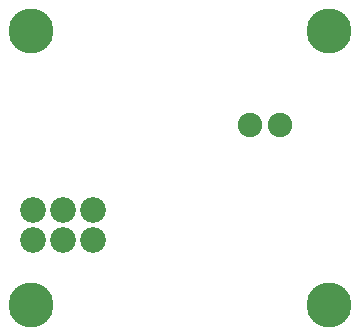
<source format=gbr>
G04 EAGLE Gerber RS-274X export*
G75*
%MOMM*%
%FSLAX34Y34*%
%LPD*%
%INSoldermask Bottom*%
%IPPOS*%
%AMOC8*
5,1,8,0,0,1.08239X$1,22.5*%
G01*
%ADD10C,3.804800*%
%ADD11C,1.000000*%
%ADD12C,2.184400*%


D10*
X29000Y29000D03*
X281000Y29000D03*
X29000Y261000D03*
X281000Y261000D03*
D11*
X234700Y181000D02*
X234702Y181141D01*
X234708Y181282D01*
X234718Y181422D01*
X234732Y181562D01*
X234750Y181702D01*
X234771Y181841D01*
X234797Y181980D01*
X234826Y182118D01*
X234860Y182254D01*
X234897Y182390D01*
X234938Y182525D01*
X234983Y182659D01*
X235032Y182791D01*
X235084Y182922D01*
X235140Y183051D01*
X235200Y183178D01*
X235263Y183304D01*
X235329Y183428D01*
X235400Y183551D01*
X235473Y183671D01*
X235550Y183789D01*
X235630Y183905D01*
X235714Y184018D01*
X235800Y184129D01*
X235890Y184238D01*
X235983Y184344D01*
X236078Y184447D01*
X236177Y184548D01*
X236278Y184646D01*
X236382Y184741D01*
X236489Y184833D01*
X236598Y184922D01*
X236710Y185007D01*
X236824Y185090D01*
X236940Y185170D01*
X237059Y185246D01*
X237180Y185318D01*
X237302Y185388D01*
X237427Y185453D01*
X237553Y185516D01*
X237681Y185574D01*
X237811Y185629D01*
X237942Y185681D01*
X238075Y185728D01*
X238209Y185772D01*
X238344Y185813D01*
X238480Y185849D01*
X238617Y185881D01*
X238755Y185910D01*
X238893Y185935D01*
X239033Y185955D01*
X239173Y185972D01*
X239313Y185985D01*
X239454Y185994D01*
X239594Y185999D01*
X239735Y186000D01*
X239876Y185997D01*
X240017Y185990D01*
X240157Y185979D01*
X240297Y185964D01*
X240437Y185945D01*
X240576Y185923D01*
X240714Y185896D01*
X240852Y185866D01*
X240988Y185831D01*
X241124Y185793D01*
X241258Y185751D01*
X241392Y185705D01*
X241524Y185656D01*
X241654Y185602D01*
X241783Y185545D01*
X241910Y185485D01*
X242036Y185421D01*
X242159Y185353D01*
X242281Y185282D01*
X242401Y185208D01*
X242518Y185130D01*
X242633Y185049D01*
X242746Y184965D01*
X242857Y184878D01*
X242965Y184787D01*
X243070Y184694D01*
X243173Y184597D01*
X243273Y184498D01*
X243370Y184396D01*
X243464Y184291D01*
X243555Y184184D01*
X243643Y184074D01*
X243728Y183962D01*
X243810Y183847D01*
X243889Y183730D01*
X243964Y183611D01*
X244036Y183490D01*
X244104Y183367D01*
X244169Y183242D01*
X244231Y183115D01*
X244288Y182986D01*
X244343Y182856D01*
X244393Y182725D01*
X244440Y182592D01*
X244483Y182458D01*
X244522Y182322D01*
X244557Y182186D01*
X244589Y182049D01*
X244616Y181911D01*
X244640Y181772D01*
X244660Y181632D01*
X244676Y181492D01*
X244688Y181352D01*
X244696Y181211D01*
X244700Y181070D01*
X244700Y180930D01*
X244696Y180789D01*
X244688Y180648D01*
X244676Y180508D01*
X244660Y180368D01*
X244640Y180228D01*
X244616Y180089D01*
X244589Y179951D01*
X244557Y179814D01*
X244522Y179678D01*
X244483Y179542D01*
X244440Y179408D01*
X244393Y179275D01*
X244343Y179144D01*
X244288Y179014D01*
X244231Y178885D01*
X244169Y178758D01*
X244104Y178633D01*
X244036Y178510D01*
X243964Y178389D01*
X243889Y178270D01*
X243810Y178153D01*
X243728Y178038D01*
X243643Y177926D01*
X243555Y177816D01*
X243464Y177709D01*
X243370Y177604D01*
X243273Y177502D01*
X243173Y177403D01*
X243070Y177306D01*
X242965Y177213D01*
X242857Y177122D01*
X242746Y177035D01*
X242633Y176951D01*
X242518Y176870D01*
X242401Y176792D01*
X242281Y176718D01*
X242159Y176647D01*
X242036Y176579D01*
X241910Y176515D01*
X241783Y176455D01*
X241654Y176398D01*
X241524Y176344D01*
X241392Y176295D01*
X241258Y176249D01*
X241124Y176207D01*
X240988Y176169D01*
X240852Y176134D01*
X240714Y176104D01*
X240576Y176077D01*
X240437Y176055D01*
X240297Y176036D01*
X240157Y176021D01*
X240017Y176010D01*
X239876Y176003D01*
X239735Y176000D01*
X239594Y176001D01*
X239454Y176006D01*
X239313Y176015D01*
X239173Y176028D01*
X239033Y176045D01*
X238893Y176065D01*
X238755Y176090D01*
X238617Y176119D01*
X238480Y176151D01*
X238344Y176187D01*
X238209Y176228D01*
X238075Y176272D01*
X237942Y176319D01*
X237811Y176371D01*
X237681Y176426D01*
X237553Y176484D01*
X237427Y176547D01*
X237302Y176612D01*
X237180Y176682D01*
X237059Y176754D01*
X236940Y176830D01*
X236824Y176910D01*
X236710Y176993D01*
X236598Y177078D01*
X236489Y177167D01*
X236382Y177259D01*
X236278Y177354D01*
X236177Y177452D01*
X236078Y177553D01*
X235983Y177656D01*
X235890Y177762D01*
X235800Y177871D01*
X235714Y177982D01*
X235630Y178095D01*
X235550Y178211D01*
X235473Y178329D01*
X235400Y178449D01*
X235329Y178572D01*
X235263Y178696D01*
X235200Y178822D01*
X235140Y178949D01*
X235084Y179078D01*
X235032Y179209D01*
X234983Y179341D01*
X234938Y179475D01*
X234897Y179610D01*
X234860Y179746D01*
X234826Y179882D01*
X234797Y180020D01*
X234771Y180159D01*
X234750Y180298D01*
X234732Y180438D01*
X234718Y180578D01*
X234708Y180718D01*
X234702Y180859D01*
X234700Y181000D01*
X209300Y181000D02*
X209302Y181141D01*
X209308Y181282D01*
X209318Y181422D01*
X209332Y181562D01*
X209350Y181702D01*
X209371Y181841D01*
X209397Y181980D01*
X209426Y182118D01*
X209460Y182254D01*
X209497Y182390D01*
X209538Y182525D01*
X209583Y182659D01*
X209632Y182791D01*
X209684Y182922D01*
X209740Y183051D01*
X209800Y183178D01*
X209863Y183304D01*
X209929Y183428D01*
X210000Y183551D01*
X210073Y183671D01*
X210150Y183789D01*
X210230Y183905D01*
X210314Y184018D01*
X210400Y184129D01*
X210490Y184238D01*
X210583Y184344D01*
X210678Y184447D01*
X210777Y184548D01*
X210878Y184646D01*
X210982Y184741D01*
X211089Y184833D01*
X211198Y184922D01*
X211310Y185007D01*
X211424Y185090D01*
X211540Y185170D01*
X211659Y185246D01*
X211780Y185318D01*
X211902Y185388D01*
X212027Y185453D01*
X212153Y185516D01*
X212281Y185574D01*
X212411Y185629D01*
X212542Y185681D01*
X212675Y185728D01*
X212809Y185772D01*
X212944Y185813D01*
X213080Y185849D01*
X213217Y185881D01*
X213355Y185910D01*
X213493Y185935D01*
X213633Y185955D01*
X213773Y185972D01*
X213913Y185985D01*
X214054Y185994D01*
X214194Y185999D01*
X214335Y186000D01*
X214476Y185997D01*
X214617Y185990D01*
X214757Y185979D01*
X214897Y185964D01*
X215037Y185945D01*
X215176Y185923D01*
X215314Y185896D01*
X215452Y185866D01*
X215588Y185831D01*
X215724Y185793D01*
X215858Y185751D01*
X215992Y185705D01*
X216124Y185656D01*
X216254Y185602D01*
X216383Y185545D01*
X216510Y185485D01*
X216636Y185421D01*
X216759Y185353D01*
X216881Y185282D01*
X217001Y185208D01*
X217118Y185130D01*
X217233Y185049D01*
X217346Y184965D01*
X217457Y184878D01*
X217565Y184787D01*
X217670Y184694D01*
X217773Y184597D01*
X217873Y184498D01*
X217970Y184396D01*
X218064Y184291D01*
X218155Y184184D01*
X218243Y184074D01*
X218328Y183962D01*
X218410Y183847D01*
X218489Y183730D01*
X218564Y183611D01*
X218636Y183490D01*
X218704Y183367D01*
X218769Y183242D01*
X218831Y183115D01*
X218888Y182986D01*
X218943Y182856D01*
X218993Y182725D01*
X219040Y182592D01*
X219083Y182458D01*
X219122Y182322D01*
X219157Y182186D01*
X219189Y182049D01*
X219216Y181911D01*
X219240Y181772D01*
X219260Y181632D01*
X219276Y181492D01*
X219288Y181352D01*
X219296Y181211D01*
X219300Y181070D01*
X219300Y180930D01*
X219296Y180789D01*
X219288Y180648D01*
X219276Y180508D01*
X219260Y180368D01*
X219240Y180228D01*
X219216Y180089D01*
X219189Y179951D01*
X219157Y179814D01*
X219122Y179678D01*
X219083Y179542D01*
X219040Y179408D01*
X218993Y179275D01*
X218943Y179144D01*
X218888Y179014D01*
X218831Y178885D01*
X218769Y178758D01*
X218704Y178633D01*
X218636Y178510D01*
X218564Y178389D01*
X218489Y178270D01*
X218410Y178153D01*
X218328Y178038D01*
X218243Y177926D01*
X218155Y177816D01*
X218064Y177709D01*
X217970Y177604D01*
X217873Y177502D01*
X217773Y177403D01*
X217670Y177306D01*
X217565Y177213D01*
X217457Y177122D01*
X217346Y177035D01*
X217233Y176951D01*
X217118Y176870D01*
X217001Y176792D01*
X216881Y176718D01*
X216759Y176647D01*
X216636Y176579D01*
X216510Y176515D01*
X216383Y176455D01*
X216254Y176398D01*
X216124Y176344D01*
X215992Y176295D01*
X215858Y176249D01*
X215724Y176207D01*
X215588Y176169D01*
X215452Y176134D01*
X215314Y176104D01*
X215176Y176077D01*
X215037Y176055D01*
X214897Y176036D01*
X214757Y176021D01*
X214617Y176010D01*
X214476Y176003D01*
X214335Y176000D01*
X214194Y176001D01*
X214054Y176006D01*
X213913Y176015D01*
X213773Y176028D01*
X213633Y176045D01*
X213493Y176065D01*
X213355Y176090D01*
X213217Y176119D01*
X213080Y176151D01*
X212944Y176187D01*
X212809Y176228D01*
X212675Y176272D01*
X212542Y176319D01*
X212411Y176371D01*
X212281Y176426D01*
X212153Y176484D01*
X212027Y176547D01*
X211902Y176612D01*
X211780Y176682D01*
X211659Y176754D01*
X211540Y176830D01*
X211424Y176910D01*
X211310Y176993D01*
X211198Y177078D01*
X211089Y177167D01*
X210982Y177259D01*
X210878Y177354D01*
X210777Y177452D01*
X210678Y177553D01*
X210583Y177656D01*
X210490Y177762D01*
X210400Y177871D01*
X210314Y177982D01*
X210230Y178095D01*
X210150Y178211D01*
X210073Y178329D01*
X210000Y178449D01*
X209929Y178572D01*
X209863Y178696D01*
X209800Y178822D01*
X209740Y178949D01*
X209684Y179078D01*
X209632Y179209D01*
X209583Y179341D01*
X209538Y179475D01*
X209497Y179610D01*
X209460Y179746D01*
X209426Y179882D01*
X209397Y180020D01*
X209371Y180159D01*
X209350Y180298D01*
X209332Y180438D01*
X209318Y180578D01*
X209308Y180718D01*
X209302Y180859D01*
X209300Y181000D01*
D12*
X30600Y83300D03*
X30600Y108700D03*
X56000Y83300D03*
X56000Y108700D03*
X81400Y83300D03*
X81400Y108700D03*
M02*

</source>
